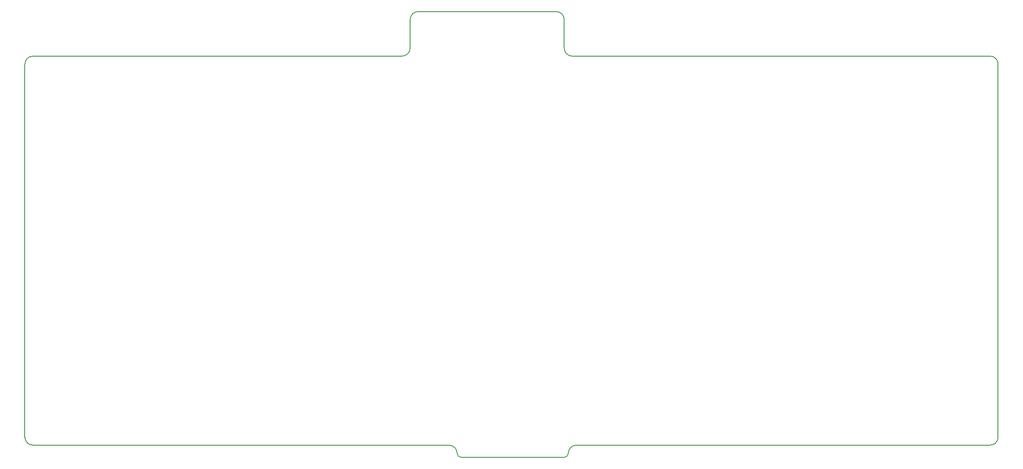
<source format=gm1>
G04 #@! TF.GenerationSoftware,KiCad,Pcbnew,(6.0.1-0)*
G04 #@! TF.CreationDate,2022-03-18T18:41:34-07:00*
G04 #@! TF.ProjectId,micro10,6d696372-6f31-4302-9e6b-696361645f70,1*
G04 #@! TF.SameCoordinates,Original*
G04 #@! TF.FileFunction,Profile,NP*
%FSLAX46Y46*%
G04 Gerber Fmt 4.6, Leading zero omitted, Abs format (unit mm)*
G04 Created by KiCad (PCBNEW (6.0.1-0)) date 2022-03-18 18:41:34*
%MOMM*%
%LPD*%
G01*
G04 APERTURE LIST*
G04 #@! TA.AperFunction,Profile*
%ADD10C,0.200000*%
G04 #@! TD*
G04 APERTURE END LIST*
D10*
X64293750Y-115887500D02*
X145721218Y-115887500D01*
X138112500Y-32543750D02*
X138112500Y-38100000D01*
X168275000Y-38100000D02*
X168275000Y-32543750D01*
X147308718Y-117475000D02*
G75*
G03*
X148102468Y-118268750I793750J0D01*
G01*
X251618750Y-39687500D02*
X169862500Y-39687500D01*
X147308718Y-117475000D02*
G75*
G03*
X145721218Y-115887500I-1587500J0D01*
G01*
X168275000Y-118268750D02*
G75*
G03*
X169068750Y-117475000I0J793750D01*
G01*
X139700000Y-30956250D02*
G75*
G03*
X138112500Y-32543750I0J-1587500D01*
G01*
X253206250Y-41275000D02*
X253206250Y-114300000D01*
X168275000Y-32543750D02*
G75*
G03*
X166687500Y-30956250I-1587500J0D01*
G01*
X170656250Y-115887500D02*
G75*
G03*
X169068750Y-117475000I0J-1587500D01*
G01*
X136525000Y-39687500D02*
G75*
G03*
X138112500Y-38100000I0J1587500D01*
G01*
X136525000Y-39687500D02*
X64293750Y-39687500D01*
X148102468Y-118268750D02*
X168275000Y-118268750D01*
X62706250Y-41275000D02*
X62706250Y-114300000D01*
X251618750Y-115887500D02*
G75*
G03*
X253206250Y-114300000I0J1587500D01*
G01*
X170656250Y-115887500D02*
X251618750Y-115887500D01*
X62706250Y-114300000D02*
G75*
G03*
X64293750Y-115887500I1587500J0D01*
G01*
X64293750Y-39687500D02*
G75*
G03*
X62706250Y-41275000I0J-1587500D01*
G01*
X166687500Y-30956250D02*
X139700000Y-30956250D01*
X253206250Y-41275000D02*
G75*
G03*
X251618750Y-39687500I-1587500J0D01*
G01*
X168275000Y-38100000D02*
G75*
G03*
X169862500Y-39687500I1587500J0D01*
G01*
M02*

</source>
